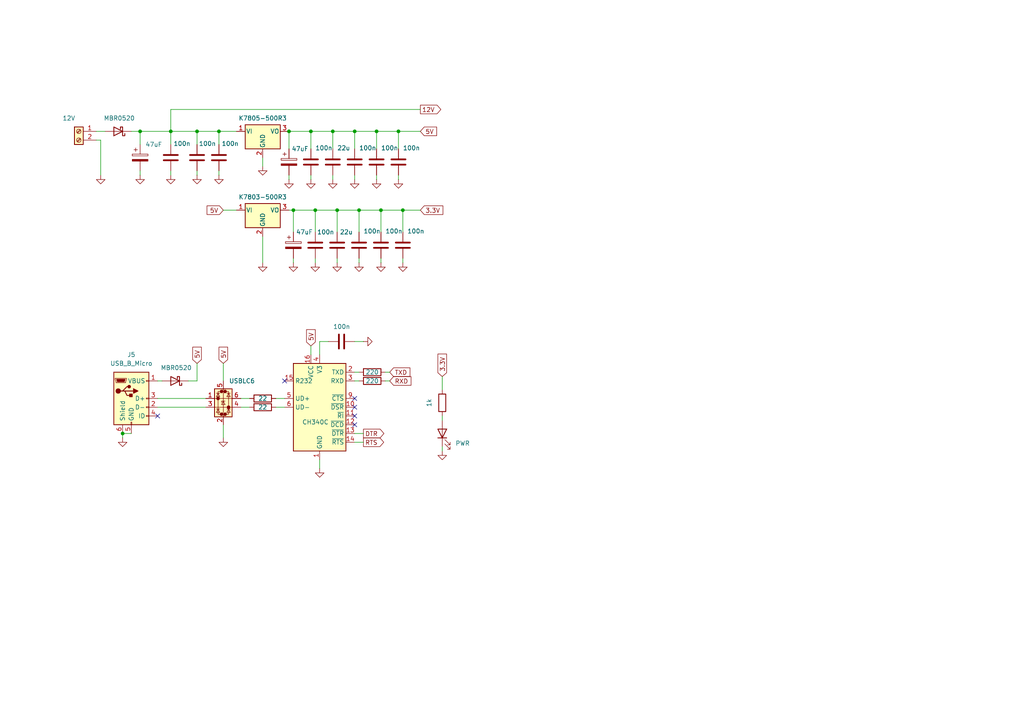
<source format=kicad_sch>
(kicad_sch (version 20231120) (generator "eeschema") (generator_version "8.0")
  (paper "A4")
  (title_block (title "Power supply and USB connection unit") (date "2025-02-05"))
  (lib_symbols
    (symbol "Connector:Screw_Terminal_01x02" (pin_names (offset 1.016) hide)
      (property "Reference" "J" (at 0 2.54 0))
      (property "Value" "Screw_Terminal_01x02" (at 0 -5.08 0))
      (symbol "Screw_Terminal_01x02_1_1"
        (rectangle (start -1.27 1.27) (end 1.27 -3.81) (stroke (width 0.254)) (fill (type background)))
        (circle (center 0 -2.54) (radius 0.635) (stroke (width 0.1524)))
        (polyline (pts (xy -0.5334 -2.2098) (xy 0.3302 -3.048)) (stroke (width 0.1524)))
        (polyline (pts (xy -0.5334 0.3302) (xy 0.3302 -0.508)) (stroke (width 0.1524)))
        (polyline (pts (xy -0.3556 -2.032) (xy 0.508 -2.8702)) (stroke (width 0.1524)))
        (polyline (pts (xy -0.3556 0.508) (xy 0.508 -0.3302)) (stroke (width 0.1524)))
        (circle (center 0 0) (radius 0.635) (stroke (width 0.1524)))
        (pin passive line (at -5.08 0 0) (length 3.81) (name "Pin_1") (number "1"))
        (pin passive line (at -5.08 -2.54 0) (length 3.81) (name "Pin_2") (number "2"))
      )
    )
    (symbol "Connector:USB_B_Micro" (pin_names (offset 1.016))
      (property "Reference" "J" (at -5.08 11.43 0))
      (property "Value" "USB_B_Micro" (at -5.08 8.89 0))
      (symbol "USB_B_Micro_0_1"
        (rectangle (start -5.08 -7.62) (end 5.08 7.62) (stroke (width 0.254)) (fill (type background)))
        (circle (center -3.81 2.159) (radius 0.635) (stroke (width 0.254)) (fill (type outline)))
        (circle (center -0.635 3.429) (radius 0.381) (stroke (width 0.254)) (fill (type outline)))
        (rectangle (start -0.127 -7.62) (end 0.127 -6.858))
        (polyline (pts (xy -1.905 2.159) (xy 0.635 2.159)) (stroke (width 0.254)))
        (polyline (pts (xy -3.175 2.159) (xy -2.54 2.159) (xy -1.27 3.429) (xy -0.635 3.429)) (stroke (width 0.254)))
        (polyline (pts (xy -2.54 2.159) (xy -1.905 2.159) (xy -1.27 0.889) (xy 0 0.889)) (stroke (width 0.254)))
        (polyline (pts (xy 0.635 2.794) (xy 0.635 1.524) (xy 1.905 2.159) (xy 0.635 2.794)) (stroke (width 0.254)) (fill (type outline)))
        (polyline (pts (xy -4.318 5.588) (xy -1.778 5.588) (xy -2.032 4.826) (xy -4.064 4.826) (xy -4.318 5.588)) (fill (type outline)))
        (polyline (pts (xy -4.699 5.842) (xy -4.699 5.588) (xy -4.445 4.826) (xy -4.445 4.572) (xy -1.651 4.572) (xy -1.651 4.826) (xy -1.397 5.588) (xy -1.397 5.842) (xy -4.699 5.842)))
        (rectangle (start 0.254 1.27) (end -0.508 0.508) (stroke (width 0.254)) (fill (type outline)))
        (rectangle (start 5.08 -5.207) (end 4.318 -4.953))
        (rectangle (start 5.08 -2.667) (end 4.318 -2.413))
        (rectangle (start 5.08 -0.127) (end 4.318 0.127))
        (rectangle (start 5.08 4.953) (end 4.318 5.207))
      )
      (symbol "USB_B_Micro_1_1"
        (pin power_out line (at 7.62 5.08 180) (length 2.54) (name "VBUS") (number "1"))
        (pin bidirectional line (at 7.62 -2.54 180) (length 2.54) (name "D-") (number "2"))
        (pin bidirectional line (at 7.62 0 180) (length 2.54) (name "D+") (number "3"))
        (pin passive line (at 7.62 -5.08 180) (length 2.54) (name "ID") (number "4"))
        (pin power_out line (at 0 -10.16 90) (length 2.54) (name "GND") (number "5"))
        (pin passive line (at -2.54 -10.16 90) (length 2.54) (name "Shield") (number "6"))
      )
    )
    (symbol "Device:C" (pin_numbers hide) (pin_names (offset 0.254))
      (property "Reference" "C" (at 0.635 2.54 0))
      (property "Value" "C" (at 0.635 -2.54 0))
      (symbol "C_0_1"
        (polyline (pts (xy -2.032 -0.762) (xy 2.032 -0.762)) (stroke (width 0.508)))
        (polyline (pts (xy -2.032 0.762) (xy 2.032 0.762)) (stroke (width 0.508)))
      )
      (symbol "C_1_1"
        (pin passive line (at 0 3.81 270) (length 2.794) (name "~") (number "1"))
        (pin passive line (at 0 -3.81 90) (length 2.794) (name "~") (number "2"))
      )
    )
    (symbol "Device:C_Polarized" (pin_numbers hide) (pin_names (offset 0.254))
      (property "Reference" "C" (at 0.635 2.54 0))
      (property "Value" "C_Polarized" (at 0.635 -2.54 0))
      (symbol "C_Polarized_0_1"
        (rectangle (start -2.286 0.508) (end 2.286 1.016))
        (polyline (pts (xy -1.778 2.286) (xy -0.762 2.286)))
        (polyline (pts (xy -1.27 2.794) (xy -1.27 1.778)))
        (rectangle (start 2.286 -0.508) (end -2.286 -1.016) (fill (type outline)))
      )
      (symbol "C_Polarized_1_1"
        (pin passive line (at 0 3.81 270) (length 2.794) (name "~") (number "1"))
        (pin passive line (at 0 -3.81 90) (length 2.794) (name "~") (number "2"))
      )
    )
    (symbol "Device:LED" (pin_numbers hide) (pin_names (offset 1.016) hide)
      (property "Reference" "D" (at 0 2.54 0))
      (property "Value" "LED" (at 0 -2.54 0))
      (symbol "LED_0_1"
        (polyline (pts (xy -1.27 -1.27) (xy -1.27 1.27)) (stroke (width 0.254)))
        (polyline (pts (xy -1.27 0) (xy 1.27 0)))
        (polyline (pts (xy 1.27 -1.27) (xy 1.27 1.27) (xy -1.27 0) (xy 1.27 -1.27)) (stroke (width 0.254)))
        (polyline (pts (xy -3.048 -0.762) (xy -4.572 -2.286) (xy -3.81 -2.286) (xy -4.572 -2.286) (xy -4.572 -1.524)))
        (polyline (pts (xy -1.778 -0.762) (xy -3.302 -2.286) (xy -2.54 -2.286) (xy -3.302 -2.286) (xy -3.302 -1.524)))
      )
      (symbol "LED_1_1"
        (pin passive line (at -3.81 0 0) (length 2.54) (name "K") (number "1"))
        (pin passive line (at 3.81 0 180) (length 2.54) (name "A") (number "2"))
      )
    )
    (symbol "Device:R" (pin_numbers hide) (pin_names (offset 0))
      (property "Reference" "R" (at 2.032 0 90))
      (property "Value" "R" (at 0 0 90))
      (symbol "R_0_1"
        (rectangle (start -1.016 -2.54) (end 1.016 2.54) (stroke (width 0.254)))
      )
      (symbol "R_1_1"
        (pin passive line (at 0 3.81 270) (length 1.27) (name "~") (number "1"))
        (pin passive line (at 0 -3.81 90) (length 1.27) (name "~") (number "2"))
      )
    )
    (symbol "Diode:MBR0520" (pin_numbers hide) (pin_names (offset 1.016) hide)
      (property "Reference" "D" (at 0 2.54 0))
      (property "Value" "MBR0520" (at 0 -2.54 0))
      (symbol "MBR0520_0_1"
        (polyline (pts (xy 1.27 0) (xy -1.27 0)))
        (polyline (pts (xy 1.27 1.27) (xy 1.27 -1.27) (xy -1.27 0) (xy 1.27 1.27)) (stroke (width 0.254)))
        (polyline (pts (xy -1.905 0.635) (xy -1.905 1.27) (xy -1.27 1.27) (xy -1.27 -1.27) (xy -0.635 -1.27) (xy -0.635 -0.635)) (stroke (width 0.254)))
      )
      (symbol "MBR0520_1_1"
        (pin passive line (at -3.81 0 0) (length 2.54) (name "K") (number "1"))
        (pin passive line (at 3.81 0 180) (length 2.54) (name "A") (number "2"))
      )
    )
    (symbol "Interface_USB:CH340C"
      (property "Reference" "U" (at -5.08 13.97 0))
      (property "Value" "CH340C" (at 1.27 13.97 0))
      (symbol "CH340C_0_1"
        (rectangle (start -7.62 12.7) (end 7.62 -12.7) (stroke (width 0.254)) (fill (type background)))
      )
      (symbol "CH340C_1_1"
        (pin power_in line (at 0 -15.24 90) (length 2.54) (name "GND") (number "1"))
        (pin input line (at 10.16 0 180) (length 2.54) (name "~{DSR}") (number "10"))
        (pin input line (at 10.16 -2.54 180) (length 2.54) (name "~{RI}") (number "11"))
        (pin input line (at 10.16 -5.08 180) (length 2.54) (name "~{DCD}") (number "12"))
        (pin output line (at 10.16 -7.62 180) (length 2.54) (name "~{DTR}") (number "13"))
        (pin output line (at 10.16 -10.16 180) (length 2.54) (name "~{RTS}") (number "14"))
        (pin input line (at -10.16 7.62 0) (length 2.54) (name "R232") (number "15"))
        (pin power_in line (at -2.54 15.24 270) (length 2.54) (name "VCC") (number "16"))
        (pin output line (at 10.16 10.16 180) (length 2.54) (name "TXD") (number "2"))
        (pin input line (at 10.16 7.62 180) (length 2.54) (name "RXD") (number "3"))
        (pin power_out line (at 0 15.24 270) (length 2.54) (name "V3") (number "4"))
        (pin bidirectional line (at -10.16 2.54 0) (length 2.54) (name "UD+") (number "5"))
        (pin bidirectional line (at -10.16 0 0) (length 2.54) (name "UD-") (number "6"))
        (pin no_connect line (at -7.62 -5.08 0) (length 2.54) hide (name "NC") (number "7"))
        (pin no_connect line (at -7.62 -7.62 0) (length 2.54) hide (name "NC") (number "8"))
        (pin input line (at 10.16 2.54 180) (length 2.54) (name "~{CTS}") (number "9"))
      )
    )
    (symbol "Power_Protection:USBLC6-2SC6" (pin_names hide)
      (property "Reference" "U" (at 0.635 5.715 0))
      (property "Value" "USBLC6-2SC6" (at 0.635 3.81 0))
      (symbol "USBLC6-2SC6_0_0"
        (circle (center -1.524 0) (radius 0.0001) (stroke (width 0.508)))
        (circle (center -0.508 -4.572) (radius 0.0001) (stroke (width 0.508)))
        (circle (center -0.508 2.032) (radius 0.0001) (stroke (width 0.508)))
        (circle (center 0.508 -4.572) (radius 0.0001) (stroke (width 0.508)))
        (circle (center 0.508 2.032) (radius 0.0001) (stroke (width 0.508)))
        (circle (center 1.524 -2.54) (radius 0.0001) (stroke (width 0.508)))
      )
      (symbol "USBLC6-2SC6_0_1"
        (polyline (pts (xy -2.54 -2.54) (xy 2.54 -2.54)))
        (polyline (pts (xy -2.54 0) (xy 2.54 0)))
        (polyline (pts (xy -2.032 -3.048) (xy -1.016 -3.048)))
        (polyline (pts (xy -1.016 1.524) (xy -2.032 1.524)))
        (polyline (pts (xy 1.016 -3.048) (xy 2.032 -3.048)))
        (polyline (pts (xy 1.016 1.524) (xy 2.032 1.524)))
        (polyline (pts (xy -0.508 -1.143) (xy -0.508 -0.762) (xy 0.508 -0.762)))
        (polyline (pts (xy -2.032 0.508) (xy -1.016 0.508) (xy -1.524 1.524) (xy -2.032 0.508)))
        (polyline (pts (xy -1.016 -4.064) (xy -2.032 -4.064) (xy -1.524 -3.048) (xy -1.016 -4.064)))
        (polyline (pts (xy 0.508 -1.778) (xy -0.508 -1.778) (xy 0 -0.762) (xy 0.508 -1.778)))
        (polyline (pts (xy 2.032 -4.064) (xy 1.016 -4.064) (xy 1.524 -3.048) (xy 2.032 -4.064)))
        (polyline (pts (xy 2.032 0.508) (xy 1.016 0.508) (xy 1.524 1.524) (xy 2.032 0.508)))
        (polyline (pts (xy 0 2.54) (xy -0.508 2.032) (xy 0.508 2.032) (xy 0 1.524) (xy 0 -4.064) (xy -0.508 -4.572) (xy 0.508 -4.572) (xy 0 -5.08)))
      )
      (symbol "USBLC6-2SC6_1_1"
        (rectangle (start -2.54 2.794) (end 2.54 -5.334) (stroke (width 0.254)) (fill (type background)))
        (polyline (pts (xy -0.508 2.032) (xy -1.524 2.032) (xy -1.524 -4.572) (xy -0.508 -4.572)))
        (polyline (pts (xy 0.508 -4.572) (xy 1.524 -4.572) (xy 1.524 2.032) (xy 0.508 2.032)))
        (pin passive line (at -5.08 0 0) (length 2.54) (name "I/O1") (number "1"))
        (pin passive line (at 0 -7.62 90) (length 2.54) (name "GND") (number "2"))
        (pin passive line (at -5.08 -2.54 0) (length 2.54) (name "I/O2") (number "3"))
        (pin passive line (at 5.08 -2.54 180) (length 2.54) (name "I/O2") (number "4"))
        (pin passive line (at 0 5.08 270) (length 2.54) (name "VBUS") (number "5"))
        (pin passive line (at 5.08 0 180) (length 2.54) (name "I/O1") (number "6"))
      )
    )
    (symbol "Regulator_Linear:LM7805_TO220" (pin_names (offset 0.254))
      (property "Reference" "U" (at -3.81 3.175 0))
      (property "Value" "LM7805_TO220" (at 0 3.175 0))
      (symbol "LM7805_TO220_0_1"
        (rectangle (start -5.08 1.905) (end 5.08 -5.08) (stroke (width 0.254)) (fill (type background)))
      )
      (symbol "LM7805_TO220_1_1"
        (pin power_in line (at -7.62 0 0) (length 2.54) (name "VI") (number "1"))
        (pin power_in line (at 0 -7.62 90) (length 2.54) (name "GND") (number "2"))
        (pin power_out line (at 7.62 0 180) (length 2.54) (name "VO") (number "3"))
      )
    )
    (symbol "power:GND" (power) (pin_numbers hide) (pin_names (offset 0) hide)
      (property "Value" "GND" (at 0 -3.81 0))
      (symbol "GND_0_1"
        (polyline (pts (xy 0 0) (xy 0 -1.27) (xy 1.27 -1.27) (xy 0 -2.54) (xy -1.27 -1.27) (xy 0 -1.27)))
      )
      (symbol "GND_1_1"
        (pin power_in line (at 0 0 270) (length 0) (name "~") (number "1"))
      )
    )
  )
  (junction (at 40.64 38.1))
  (junction (at 91.44 60.96))
  (junction (at 109.22 38.1))
  (junction (at 110.49 60.96))
  (junction (at 96.52 38.1))
  (junction (at 83.82 38.1))
  (junction (at 97.79 60.96))
  (junction (at 115.57 38.1))
  (junction (at 49.53 38.1))
  (junction (at 90.17 38.1))
  (junction (at 116.84 60.96))
  (junction (at 57.15 38.1))
  (junction (at 85.09 60.96))
  (junction (at 63.5 38.1))
  (junction (at 102.87 38.1))
  (junction (at 104.14 60.96))
  (junction (at 35.56 125.73))
  (no_connect (at 102.87 123.19))
  (no_connect (at 45.72 120.65))
  (no_connect (at 102.87 120.65))
  (no_connect (at 82.55 110.49))
  (no_connect (at 102.87 115.57))
  (no_connect (at 102.87 118.11))
  (wire (pts (xy 109.22 38.1) (xy 109.22 43.18)))
  (wire (pts (xy 49.53 38.1) (xy 57.15 38.1)))
  (wire (pts (xy 102.87 50.8) (xy 102.87 52.07)))
  (wire (pts (xy 49.53 31.75) (xy 49.53 38.1)))
  (wire (pts (xy 128.27 109.22) (xy 128.27 113.03)))
  (wire (pts (xy 90.17 38.1) (xy 96.52 38.1)))
  (wire (pts (xy 116.84 60.96) (xy 121.92 60.96)))
  (wire (pts (xy 64.77 105.41) (xy 64.77 110.49)))
  (wire (pts (xy 80.01 118.11) (xy 82.55 118.11)))
  (wire (pts (xy 97.79 60.96) (xy 97.79 67.31)))
  (wire (pts (xy 27.94 38.1) (xy 30.48 38.1)))
  (wire (pts (xy 91.44 60.96) (xy 91.44 67.31)))
  (wire (pts (xy 83.82 38.1) (xy 83.82 43.18)))
  (wire (pts (xy 29.21 40.64) (xy 29.21 50.8)))
  (wire (pts (xy 115.57 38.1) (xy 121.92 38.1)))
  (wire (pts (xy 97.79 74.93) (xy 97.79 76.2)))
  (wire (pts (xy 91.44 74.93) (xy 91.44 76.2)))
  (wire (pts (xy 96.52 50.8) (xy 96.52 52.07)))
  (wire (pts (xy 102.87 38.1) (xy 102.87 43.18)))
  (wire (pts (xy 102.87 99.06) (xy 105.41 99.06)))
  (wire (pts (xy 35.56 125.73) (xy 35.56 127)))
  (wire (pts (xy 64.77 123.19) (xy 64.77 127)))
  (wire (pts (xy 115.57 38.1) (xy 115.57 43.18)))
  (wire (pts (xy 83.82 50.8) (xy 83.82 52.07)))
  (wire (pts (xy 45.72 118.11) (xy 59.69 118.11)))
  (wire (pts (xy 110.49 60.96) (xy 110.49 67.31)))
  (wire (pts (xy 97.79 60.96) (xy 104.14 60.96)))
  (wire (pts (xy 96.52 38.1) (xy 96.52 43.18)))
  (wire (pts (xy 63.5 38.1) (xy 68.58 38.1)))
  (wire (pts (xy 69.85 118.11) (xy 72.39 118.11)))
  (wire (pts (xy 105.41 125.73) (xy 102.87 125.73)))
  (wire (pts (xy 63.5 49.53) (xy 63.5 50.8)))
  (wire (pts (xy 104.14 60.96) (xy 110.49 60.96)))
  (wire (pts (xy 105.41 128.27) (xy 102.87 128.27)))
  (wire (pts (xy 92.71 133.35) (xy 92.71 135.89)))
  (wire (pts (xy 102.87 110.49) (xy 104.14 110.49)))
  (wire (pts (xy 49.53 38.1) (xy 49.53 41.91)))
  (wire (pts (xy 38.1 38.1) (xy 40.64 38.1)))
  (wire (pts (xy 85.09 74.93) (xy 85.09 76.2)))
  (wire (pts (xy 128.27 129.54) (xy 128.27 130.81)))
  (wire (pts (xy 80.01 115.57) (xy 82.55 115.57)))
  (wire (pts (xy 40.64 49.53) (xy 40.64 50.8)))
  (wire (pts (xy 104.14 60.96) (xy 104.14 67.31)))
  (wire (pts (xy 83.82 38.1) (xy 90.17 38.1)))
  (wire (pts (xy 116.84 60.96) (xy 116.84 67.31)))
  (wire (pts (xy 64.77 60.96) (xy 68.58 60.96)))
  (wire (pts (xy 113.03 107.95) (xy 111.76 107.95)))
  (wire (pts (xy 104.14 74.93) (xy 104.14 76.2)))
  (wire (pts (xy 116.84 74.93) (xy 116.84 76.2)))
  (wire (pts (xy 45.72 115.57) (xy 59.69 115.57)))
  (wire (pts (xy 49.53 49.53) (xy 49.53 50.8)))
  (wire (pts (xy 57.15 49.53) (xy 57.15 50.8)))
  (wire (pts (xy 45.72 110.49) (xy 46.99 110.49)))
  (wire (pts (xy 128.27 120.65) (xy 128.27 121.92)))
  (wire (pts (xy 90.17 38.1) (xy 90.17 43.18)))
  (wire (pts (xy 96.52 38.1) (xy 102.87 38.1)))
  (wire (pts (xy 109.22 38.1) (xy 115.57 38.1)))
  (wire (pts (xy 85.09 60.96) (xy 85.09 67.31)))
  (wire (pts (xy 110.49 60.96) (xy 116.84 60.96)))
  (wire (pts (xy 92.71 99.06) (xy 92.71 102.87)))
  (wire (pts (xy 85.09 60.96) (xy 91.44 60.96)))
  (wire (pts (xy 95.25 99.06) (xy 92.71 99.06)))
  (wire (pts (xy 69.85 115.57) (xy 72.39 115.57)))
  (wire (pts (xy 63.5 38.1) (xy 63.5 41.91)))
  (wire (pts (xy 83.82 60.96) (xy 85.09 60.96)))
  (wire (pts (xy 35.56 125.73) (xy 38.1 125.73)))
  (wire (pts (xy 57.15 110.49) (xy 54.61 110.49)))
  (wire (pts (xy 76.2 45.72) (xy 76.2 48.26)))
  (wire (pts (xy 40.64 41.91) (xy 40.64 38.1)))
  (wire (pts (xy 90.17 50.8) (xy 90.17 52.07)))
  (wire (pts (xy 57.15 105.41) (xy 57.15 110.49)))
  (wire (pts (xy 91.44 60.96) (xy 97.79 60.96)))
  (wire (pts (xy 115.57 50.8) (xy 115.57 52.07)))
  (wire (pts (xy 102.87 107.95) (xy 104.14 107.95)))
  (wire (pts (xy 57.15 38.1) (xy 63.5 38.1)))
  (wire (pts (xy 102.87 38.1) (xy 109.22 38.1)))
  (wire (pts (xy 90.17 100.33) (xy 90.17 102.87)))
  (wire (pts (xy 121.92 31.75) (xy 49.53 31.75)))
  (wire (pts (xy 113.03 110.49) (xy 111.76 110.49)))
  (wire (pts (xy 110.49 74.93) (xy 110.49 76.2)))
  (wire (pts (xy 57.15 38.1) (xy 57.15 41.91)))
  (wire (pts (xy 76.2 68.58) (xy 76.2 76.2)))
  (wire (pts (xy 40.64 38.1) (xy 49.53 38.1)))
  (wire (pts (xy 109.22 50.8) (xy 109.22 52.07)))
  (wire (pts (xy 27.94 40.64) (xy 29.21 40.64)))
  (global_label "RTS" (shape output) (at 105.41 128.27 0) (property "Intersheetrefs" "${INTERSHEET_REFS}" (effects (hide yes))))
  (global_label "5V" (shape input) (at 57.15 105.41 90) (property "Intersheetrefs" "${INTERSHEET_REFS}" (effects (hide yes))))
  (global_label "5V" (shape input) (at 121.92 38.1 0) (property "Intersheetrefs" "${INTERSHEET_REFS}" (effects (hide yes))))
  (global_label "5V" (shape input) (at 64.77 60.96 180) (property "Intersheetrefs" "${INTERSHEET_REFS}" (effects (hide yes))))
  (global_label "12V" (shape output) (at 121.92 31.75 0) (property "Intersheetrefs" "${INTERSHEET_REFS}" (effects (hide yes))))
  (global_label "DTR" (shape output) (at 105.41 125.73 0) (property "Intersheetrefs" "${INTERSHEET_REFS}" (effects (hide yes))))
  (global_label "5V" (shape input) (at 64.77 105.41 90) (property "Intersheetrefs" "${INTERSHEET_REFS}" (effects (hide yes))))
  (global_label "RXD" (shape input) (at 113.03 110.49 0) (property "Intersheetrefs" "${INTERSHEET_REFS}" (effects (hide yes))))
  (global_label "3.3V" (shape input) (at 121.92 60.96 0) (property "Intersheetrefs" "${INTERSHEET_REFS}" (effects (hide yes))))
  (global_label "5V" (shape input) (at 90.17 100.33 90) (property "Intersheetrefs" "${INTERSHEET_REFS}" (effects (hide yes))))
  (global_label "3.3V" (shape input) (at 128.27 109.22 90) (property "Intersheetrefs" "${INTERSHEET_REFS}" (effects (hide yes))))
  (global_label "TXD" (shape input) (at 113.03 107.95 0) (property "Intersheetrefs" "${INTERSHEET_REFS}" (effects (hide yes))))
  (symbol (lib_id "power:GND") (at 40.64 50.8 0) (unit 1)
    (property "Reference" "#PWR03" (effects (hide yes)))
    (property "Value" "GND" (effects (hide yes)))
    (property "Description" "Power symbol creates a global label with name \"GND\" , ground" (effects (hide yes)))
  )
  (symbol (lib_id "Device:R") (at 128.27 116.84 180) (unit 1)
    (property "Reference" "R1" (effects (hide yes)))
    (property "Value" "1k" (at 124.46 116.84 90))
    (property "Footprint" "Resistor_SMD:R_1206_3216Metric" (effects (hide yes)))
    (property "Description" "Resistor" (effects (hide yes)))
  )
  (symbol (lib_id "Power_Protection:USBLC6-2SC6") (at 64.77 115.57 0) (unit 1)
    (property "Reference" "U12" (effects (hide yes)))
    (property "Value" "USBLC6" (at 66.4211 110.49 0) (effects (justify left)))
    (property "Footprint" "Package_TO_SOT_SMD:SOT-23-6" (effects (hide yes)))
    (property "Datasheet" "https://www.st.com/resource/en/datasheet/usblc6-2.pdf" (effects (hide yes)))
    (property "Description" "Very low capacitance ESD protection diode, 2 data-line, SOT-23-6" (effects (hide yes)))
  )
  (symbol (lib_id "Device:C") (at 57.15 45.72 0) (unit 1)
    (property "Reference" "C22" (effects (hide yes)))
    (property "Value" "100n" (at 57.658 41.656 0) (effects (justify left)))
    (property "Footprint" "Capacitor_SMD:C_1206_3216Metric" (effects (hide yes)))
    (property "Description" "Unpolarized capacitor" (effects (hide yes)))
  )
  (symbol (lib_id "power:GND") (at 97.79 76.2 0) (unit 1)
    (property "Reference" "#PWR010" (effects (hide yes)))
    (property "Value" "GND" (effects (hide yes)))
    (property "Description" "Power symbol creates a global label with name \"GND\" , ground" (effects (hide yes)))
  )
  (symbol (lib_id "power:GND") (at 110.49 76.2 0) (unit 1)
    (property "Reference" "#PWR059" (effects (hide yes)))
    (property "Value" "GND" (effects (hide yes)))
    (property "Description" "Power symbol creates a global label with name \"GND\" , ground" (effects (hide yes)))
  )
  (symbol (lib_id "power:GND") (at 76.2 48.26 0) (unit 1)
    (property "Reference" "#PWR06" (effects (hide yes)))
    (property "Value" "GND" (effects (hide yes)))
    (property "Description" "Power symbol creates a global label with name \"GND\" , ground" (effects (hide yes)))
  )
  (symbol (lib_id "Diode:MBR0520") (at 34.29 38.1 180) (unit 1)
    (property "Reference" "D1" (effects (hide yes)))
    (property "Value" "MBR0520" (at 34.6075 34.29 0))
    (property "Footprint" "Diode_SMD:D_SOD-123" (effects (hide yes)))
    (property "Datasheet" "http://www.mccsemi.com/up_pdf/MBR0520~MBR0580(SOD123).pdf" (effects (hide yes)))
    (property "Description" "20V 0.5A Schottky Power Rectifier Diode, SOD-123" (effects (hide yes)))
  )
  (symbol (lib_id "power:GND") (at 57.15 50.8 0) (unit 1)
    (property "Reference" "#PWR053" (effects (hide yes)))
    (property "Value" "GND" (effects (hide yes)))
    (property "Description" "Power symbol creates a global label with name \"GND\" , ground" (effects (hide yes)))
  )
  (symbol (lib_id "Device:C") (at 110.49 71.12 0) (unit 1)
    (property "Reference" "C28" (effects (hide yes)))
    (property "Value" "100n" (at 111.76 67.056 0) (effects (justify left)))
    (property "Footprint" "Capacitor_SMD:C_1206_3216Metric" (effects (hide yes)))
    (property "Description" "Unpolarized capacitor" (effects (hide yes)))
  )
  (symbol (lib_id "Device:C") (at 109.22 46.99 0) (unit 1)
    (property "Reference" "C25" (effects (hide yes)))
    (property "Value" "100n" (at 110.49 42.926 0) (effects (justify left)))
    (property "Footprint" "Capacitor_SMD:C_1206_3216Metric" (effects (hide yes)))
    (property "Description" "Unpolarized capacitor" (effects (hide yes)))
  )
  (symbol (lib_id "Device:LED") (at 128.27 125.73 90) (unit 1)
    (property "Reference" "D2" (effects (hide yes)))
    (property "Value" "PWR" (at 132.08 128.5874 90) (effects (justify right)))
    (property "Footprint" "LED_SMD:LED_1206_3216Metric" (effects (hide yes)))
    (property "Description" "Light emitting diode" (effects (hide yes)))
  )
  (symbol (lib_id "power:GND") (at 102.87 52.07 0) (unit 1)
    (property "Reference" "#PWR055" (effects (hide yes)))
    (property "Value" "GND" (effects (hide yes)))
    (property "Description" "Power symbol creates a global label with name \"GND\" , ground" (effects (hide yes)))
  )
  (symbol (lib_id "Device:C") (at 96.52 46.99 0) (unit 1)
    (property "Reference" "C12" (effects (hide yes)))
    (property "Value" "22u" (at 97.79 42.926 0) (effects (justify left)))
    (property "Footprint" "Capacitor_SMD:C_1206_3216Metric" (effects (hide yes)))
    (property "Description" "Unpolarized capacitor" (effects (hide yes)))
  )
  (symbol (lib_id "Device:C") (at 90.17 46.99 0) (unit 1)
    (property "Reference" "C11" (effects (hide yes)))
    (property "Value" "100n" (at 91.44 42.926 0) (effects (justify left)))
    (property "Footprint" "Capacitor_SMD:C_1206_3216Metric" (effects (hide yes)))
    (property "Description" "Unpolarized capacitor" (effects (hide yes)))
  )
  (symbol (lib_id "power:GND") (at 91.44 76.2 0) (unit 1)
    (property "Reference" "#PWR09" (effects (hide yes)))
    (property "Value" "GND" (effects (hide yes)))
    (property "Description" "Power symbol creates a global label with name \"GND\" , ground" (effects (hide yes)))
  )
  (symbol (lib_id "Device:C") (at 91.44 71.12 0) (unit 1)
    (property "Reference" "C8" (effects (hide yes)))
    (property "Value" "100n" (at 91.948 67.31 0) (effects (justify left)))
    (property "Footprint" "Capacitor_SMD:C_1206_3216Metric" (effects (hide yes)))
    (property "Description" "Unpolarized capacitor" (effects (hide yes)))
  )
  (symbol (lib_id "Connector:Screw_Terminal_01x02") (at 22.86 38.1 0) (mirror y) (unit 1)
    (property "Reference" "J4" (effects (hide yes)))
    (property "Value" "12V" (at 21.844 34.29 0) (effects (justify left)))
    (property "Footprint" "TerminalBlock_MetzConnect:TerminalBlock_MetzConnect_Type011_RT05502HBWC_1x02_P5.00mm_Horizontal" (effects (hide yes)))
    (property "Description" "Generic screw terminal, single row, 01x02, script generated (kicad-library-utils/schlib/autogen/connector/)" (effects (hide yes)))
  )
  (symbol (lib_id "Connector:USB_B_Micro") (at 38.1 115.57 0) (unit 1)
    (property "Reference" "J5" (at 38.1 102.87 0))
    (property "Value" "USB_B_Micro" (at 38.1 105.41 0))
    (property "Footprint" "Connector_USB:USB_Mini-B_Wuerth_65100516121_Horizontal" (effects (hide yes)))
    (property "Description" "USB Micro Type B connector" (effects (hide yes)))
  )
  (symbol (lib_id "power:GND") (at 63.5 50.8 0) (unit 1)
    (property "Reference" "#PWR054" (effects (hide yes)))
    (property "Value" "GND" (effects (hide yes)))
    (property "Description" "Power symbol creates a global label with name \"GND\" , ground" (effects (hide yes)))
  )
  (symbol (lib_id "Regulator_Linear:LM7805_TO220") (at 76.2 60.96 0) (unit 1)
    (property "Reference" "U5" (effects (hide yes)))
    (property "Value" "K7803-500R3" (at 76.2 57.15 0))
    (property "Footprint" "Package_TO_SOT_THT:TO-220-3_Vertical" (effects (hide yes)))
    (property "Datasheet" "https://www.onsemi.cn/PowerSolutions/document/MC7800-D.PDF" (effects (hide yes)))
    (property "Description" "Positive 1A 35V Linear Regulator, Fixed Output 5V, TO-220" (effects (hide yes)))
  )
  (symbol (lib_id "Regulator_Linear:LM7805_TO220") (at 76.2 38.1 0) (unit 1)
    (property "Reference" "U6" (effects (hide yes)))
    (property "Value" "K7805-500R3" (at 76.2 34.29 0))
    (property "Footprint" "Package_TO_SOT_THT:TO-220-3_Vertical" (effects (hide yes)))
    (property "Datasheet" "https://www.onsemi.cn/PowerSolutions/document/MC7800-D.PDF" (effects (hide yes)))
    (property "Description" "Positive 1A 35V Linear Regulator, Fixed Output 5V, TO-220" (effects (hide yes)))
  )
  (symbol (lib_id "power:GND") (at 115.57 52.07 0) (unit 1)
    (property "Reference" "#PWR057" (effects (hide yes)))
    (property "Value" "GND" (effects (hide yes)))
    (property "Description" "Power symbol creates a global label with name \"GND\" , ground" (effects (hide yes)))
  )
  (symbol (lib_id "power:GND") (at 64.77 127 0) (unit 1)
    (property "Reference" "#PWR015" (effects (hide yes)))
    (property "Value" "GND" (effects (hide yes)))
    (property "Description" "Power symbol creates a global label with name \"GND\" , ground" (effects (hide yes)))
  )
  (symbol (lib_id "Device:C") (at 97.79 71.12 0) (unit 1)
    (property "Reference" "C9" (effects (hide yes)))
    (property "Value" "22u" (at 98.552 67.31 0) (effects (justify left)))
    (property "Footprint" "Capacitor_SMD:C_1206_3216Metric" (effects (hide yes)))
    (property "Description" "Unpolarized capacitor" (effects (hide yes)))
  )
  (symbol (lib_id "Device:C") (at 99.06 99.06 90) (unit 1)
    (property "Reference" "C13" (effects (hide yes)))
    (property "Value" "100n" (at 101.6 94.742 90) (effects (justify left)))
    (property "Footprint" "Capacitor_SMD:C_1206_3216Metric" (effects (hide yes)))
    (property "Description" "Unpolarized capacitor" (effects (hide yes)))
  )
  (symbol (lib_id "Device:C_Polarized") (at 83.82 46.99 0) (unit 1)
    (property "Reference" "C10" (effects (hide yes)))
    (property "Value" "47uF" (at 84.582 43.18 0) (effects (justify left)))
    (property "Footprint" "Capacitor_THT:CP_Radial_D5.0mm_P2.50mm" (effects (hide yes)))
    (property "Description" "Polarized capacitor" (effects (hide yes)))
  )
  (symbol (lib_id "Device:C") (at 116.84 71.12 0) (unit 1)
    (property "Reference" "C29" (effects (hide yes)))
    (property "Value" "100n" (at 118.11 67.056 0) (effects (justify left)))
    (property "Footprint" "Capacitor_SMD:C_1206_3216Metric" (effects (hide yes)))
    (property "Description" "Unpolarized capacitor" (effects (hide yes)))
  )
  (symbol (lib_id "Device:R") (at 107.95 110.49 270) (unit 1)
    (property "Reference" "R11" (effects (hide yes)))
    (property "Value" "220" (at 107.95 110.49 90))
    (property "Footprint" "Resistor_SMD:R_1206_3216Metric" (effects (hide yes)))
    (property "Description" "Resistor" (effects (hide yes)))
  )
  (symbol (lib_id "power:GND") (at 92.71 135.89 0) (unit 1)
    (property "Reference" "#PWR016" (effects (hide yes)))
    (property "Value" "GND" (effects (hide yes)))
    (property "Description" "Power symbol creates a global label with name \"GND\" , ground" (effects (hide yes)))
  )
  (symbol (lib_id "Device:R") (at 76.2 118.11 270) (unit 1)
    (property "Reference" "R8" (effects (hide yes)))
    (property "Value" "22" (at 76.2 118.11 90))
    (property "Footprint" "Resistor_SMD:R_1206_3216Metric" (effects (hide yes)))
    (property "Description" "Resistor" (effects (hide yes)))
  )
  (symbol (lib_id "power:GND") (at 29.21 50.8 0) (unit 1)
    (property "Reference" "#PWR02" (effects (hide yes)))
    (property "Value" "GND" (effects (hide yes)))
    (property "Description" "Power symbol creates a global label with name \"GND\" , ground" (effects (hide yes)))
  )
  (symbol (lib_id "power:GND") (at 76.2 76.2 0) (unit 1)
    (property "Reference" "#PWR07" (effects (hide yes)))
    (property "Value" "GND" (effects (hide yes)))
    (property "Description" "Power symbol creates a global label with name \"GND\" , ground" (effects (hide yes)))
  )
  (symbol (lib_id "power:GND") (at 96.52 52.07 0) (unit 1)
    (property "Reference" "#PWR013" (effects (hide yes)))
    (property "Value" "GND" (effects (hide yes)))
    (property "Description" "Power symbol creates a global label with name \"GND\" , ground" (effects (hide yes)))
  )
  (symbol (lib_id "power:GND") (at 116.84 76.2 0) (unit 1)
    (property "Reference" "#PWR060" (effects (hide yes)))
    (property "Value" "GND" (effects (hide yes)))
    (property "Description" "Power symbol creates a global label with name \"GND\" , ground" (effects (hide yes)))
  )
  (symbol (lib_id "power:GND") (at 104.14 76.2 0) (unit 1)
    (property "Reference" "#PWR058" (effects (hide yes)))
    (property "Value" "GND" (effects (hide yes)))
    (property "Description" "Power symbol creates a global label with name \"GND\" , ground" (effects (hide yes)))
  )
  (symbol (lib_id "power:GND") (at 85.09 76.2 0) (unit 1)
    (property "Reference" "#PWR08" (effects (hide yes)))
    (property "Value" "GND" (effects (hide yes)))
    (property "Description" "Power symbol creates a global label with name \"GND\" , ground" (effects (hide yes)))
  )
  (symbol (lib_id "power:GND") (at 128.27 130.81 0) (unit 1)
    (property "Reference" "#PWR05" (effects (hide yes)))
    (property "Value" "GND" (effects (hide yes)))
    (property "Description" "Power symbol creates a global label with name \"GND\" , ground" (effects (hide yes)))
  )
  (symbol (lib_id "Device:C") (at 63.5 45.72 0) (unit 1)
    (property "Reference" "C23" (effects (hide yes)))
    (property "Value" "100n" (at 64.262 41.656 0) (effects (justify left)))
    (property "Footprint" "Capacitor_SMD:C_1206_3216Metric" (effects (hide yes)))
    (property "Description" "Unpolarized capacitor" (effects (hide yes)))
  )
  (symbol (lib_id "power:GND") (at 83.82 52.07 0) (unit 1)
    (property "Reference" "#PWR011" (effects (hide yes)))
    (property "Value" "GND" (effects (hide yes)))
    (property "Description" "Power symbol creates a global label with name \"GND\" , ground" (effects (hide yes)))
  )
  (symbol (lib_id "Diode:MBR0520") (at 50.8 110.49 180) (unit 1)
    (property "Reference" "D3" (effects (hide yes)))
    (property "Value" "MBR0520" (at 51.1175 106.68 0))
    (property "Footprint" "Diode_SMD:D_SOD-123" (effects (hide yes)))
    (property "Datasheet" "http://www.mccsemi.com/up_pdf/MBR0520~MBR0580(SOD123).pdf" (effects (hide yes)))
    (property "Description" "20V 0.5A Schottky Power Rectifier Diode, SOD-123" (effects (hide yes)))
  )
  (symbol (lib_id "Device:R") (at 76.2 115.57 270) (unit 1)
    (property "Reference" "R9" (effects (hide yes)))
    (property "Value" "22" (at 76.2 115.57 90))
    (property "Footprint" "Resistor_SMD:R_1206_3216Metric" (effects (hide yes)))
    (property "Description" "Resistor" (effects (hide yes)))
  )
  (symbol (lib_id "Device:C") (at 104.14 71.12 0) (unit 1)
    (property "Reference" "C27" (effects (hide yes)))
    (property "Value" "100n" (at 105.41 67.056 0) (effects (justify left)))
    (property "Footprint" "Capacitor_SMD:C_1206_3216Metric" (effects (hide yes)))
    (property "Description" "Unpolarized capacitor" (effects (hide yes)))
  )
  (symbol (lib_id "Device:R") (at 107.95 107.95 270) (unit 1)
    (property "Reference" "R10" (effects (hide yes)))
    (property "Value" "220" (at 107.95 107.95 90))
    (property "Footprint" "Resistor_SMD:R_1206_3216Metric" (effects (hide yes)))
    (property "Description" "Resistor" (effects (hide yes)))
  )
  (symbol (lib_id "power:GND") (at 109.22 52.07 0) (unit 1)
    (property "Reference" "#PWR056" (effects (hide yes)))
    (property "Value" "GND" (effects (hide yes)))
    (property "Description" "Power symbol creates a global label with name \"GND\" , ground" (effects (hide yes)))
  )
  (symbol (lib_id "Device:C_Polarized") (at 40.64 45.72 0) (unit 1)
    (property "Reference" "C1" (effects (hide yes)))
    (property "Value" "47uF" (at 42.164 41.91 0) (effects (justify left)))
    (property "Footprint" "Capacitor_THT:CP_Radial_D5.0mm_P2.50mm" (effects (hide yes)))
    (property "Description" "Polarized capacitor" (effects (hide yes)))
  )
  (symbol (lib_id "Device:C") (at 49.53 45.72 0) (unit 1)
    (property "Reference" "C2" (effects (hide yes)))
    (property "Value" "100n" (at 50.292 41.656 0) (effects (justify left)))
    (property "Footprint" "Capacitor_SMD:C_1206_3216Metric" (effects (hide yes)))
    (property "Description" "Unpolarized capacitor" (effects (hide yes)))
  )
  (symbol (lib_id "Interface_USB:CH340C") (at 92.71 118.11 0) (unit 1)
    (property "Reference" "U11" (effects (hide yes)))
    (property "Value" "CH340C" (at 87.63 122.428 0) (effects (justify left)))
    (property "Footprint" "Package_SO:SOIC-16_3.9x9.9mm_P1.27mm" (effects (hide yes)))
    (property "Datasheet" "https://datasheet.lcsc.com/szlcsc/Jiangsu-Qin-Heng-CH340C_C84681.pdf" (effects (hide yes)))
    (property "Description" "USB serial converter, crystal-less, UART, SOIC-16" (effects (hide yes)))
  )
  (symbol (lib_id "power:GND") (at 49.53 50.8 0) (unit 1)
    (property "Reference" "#PWR04" (effects (hide yes)))
    (property "Value" "GND" (effects (hide yes)))
    (property "Description" "Power symbol creates a global label with name \"GND\" , ground" (effects (hide yes)))
  )
  (symbol (lib_id "power:GND") (at 90.17 52.07 0) (unit 1)
    (property "Reference" "#PWR012" (effects (hide yes)))
    (property "Value" "GND" (effects (hide yes)))
    (property "Description" "Power symbol creates a global label with name \"GND\" , ground" (effects (hide yes)))
  )
  (symbol (lib_id "Device:C") (at 102.87 46.99 0) (unit 1)
    (property "Reference" "C24" (effects (hide yes)))
    (property "Value" "100n" (at 104.14 42.926 0) (effects (justify left)))
    (property "Footprint" "Capacitor_SMD:C_1206_3216Metric" (effects (hide yes)))
    (property "Description" "Unpolarized capacitor" (effects (hide yes)))
  )
  (symbol (lib_id "Device:C_Polarized") (at 85.09 71.12 0) (unit 1)
    (property "Reference" "C7" (effects (hide yes)))
    (property "Value" "47uF" (at 85.852 67.31 0) (effects (justify left)))
    (property "Footprint" "Capacitor_THT:CP_Radial_D5.0mm_P2.50mm" (effects (hide yes)))
    (property "Description" "Polarized capacitor" (effects (hide yes)))
  )
  (symbol (lib_id "power:GND") (at 35.56 127 0) (unit 1)
    (property "Reference" "#PWR014" (effects (hide yes)))
    (property "Value" "GND" (effects (hide yes)))
    (property "Description" "Power symbol creates a global label with name \"GND\" , ground" (effects (hide yes)))
  )
  (symbol (lib_id "power:GND") (at 105.41 99.06 90) (unit 1)
    (property "Reference" "#PWR017" (effects (hide yes)))
    (property "Value" "GND" (effects (hide yes)))
    (property "Description" "Power symbol creates a global label with name \"GND\" , ground" (effects (hide yes)))
  )
  (symbol (lib_id "Device:C") (at 115.57 46.99 0) (unit 1)
    (property "Reference" "C26" (effects (hide yes)))
    (property "Value" "100n" (at 116.84 42.926 0) (effects (justify left)))
    (property "Footprint" "Capacitor_SMD:C_1206_3216Metric" (effects (hide yes)))
    (property "Description" "Unpolarized capacitor" (effects (hide yes)))
  )
)
</source>
